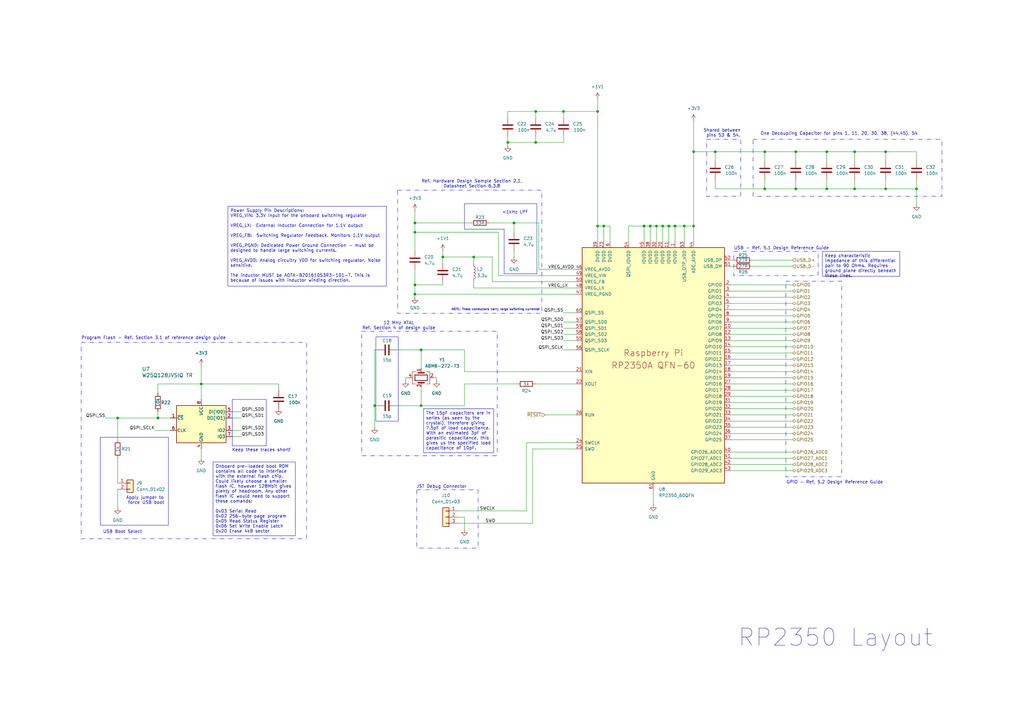
<source format=kicad_sch>
(kicad_sch (version 20250114) (generator "eeschema") (generator_version "9.0")
  (paper "A3")
  (title_block (title "LoRa Water Quality Management System Sensor Node"))
  (lib_symbols
    (symbol "Connector_Generic:Conn_01x02" (pin_names (offset 1.016) (hide yes))
      (property "Reference" "J" (at 0 2.54 0))
      (property "Value" "Conn_01x02" (at 0 -5.08 0))
      (symbol "Conn_01x02_1_1"
        (rectangle (start -1.27 1.27) (end 1.27 -3.81) (stroke (width 0.254)) (fill (type background)))
        (rectangle (start -1.27 0.127) (end 0 -0.127) (stroke (width 0.1524)))
        (rectangle (start -1.27 -2.413) (end 0 -2.667) (stroke (width 0.1524)))
        (pin passive line (at -5.08 0 0) (length 3.81) (name "Pin_1") (number "1"))
        (pin passive line (at -5.08 -2.54 0) (length 3.81) (name "Pin_2") (number "2"))
      )
    )
    (symbol "Connector_Generic:Conn_01x03" (pin_names (offset 1.016) (hide yes))
      (property "Reference" "J" (at 0 5.08 0))
      (property "Value" "Conn_01x03" (at 0 -5.08 0))
      (symbol "Conn_01x03_1_1"
        (rectangle (start -1.27 3.81) (end 1.27 -3.81) (stroke (width 0.254)) (fill (type background)))
        (rectangle (start -1.27 2.667) (end 0 2.413) (stroke (width 0.1524)))
        (rectangle (start -1.27 0.127) (end 0 -0.127) (stroke (width 0.1524)))
        (rectangle (start -1.27 -2.413) (end 0 -2.667) (stroke (width 0.1524)))
        (pin passive line (at -5.08 2.54 0) (length 3.81) (name "Pin_1") (number "1"))
        (pin passive line (at -5.08 0 0) (length 3.81) (name "Pin_2") (number "2"))
        (pin passive line (at -5.08 -2.54 0) (length 3.81) (name "Pin_3") (number "3"))
      )
    )
    (symbol "Device:C" (pin_numbers (hide yes)) (pin_names (offset 0.254))
      (property "Reference" "C" (at 0.635 2.54 0))
      (property "Value" "C" (at 0.635 -2.54 0))
      (symbol "C_0_1"
        (polyline (pts (xy -2.032 0.762) (xy 2.032 0.762)) (stroke (width 0.508)))
        (polyline (pts (xy -2.032 -0.762) (xy 2.032 -0.762)) (stroke (width 0.508)))
      )
      (symbol "C_1_1"
        (pin passive line (at 0 3.81 270) (length 2.794) (name "~") (number "1"))
        (pin passive line (at 0 -3.81 90) (length 2.794) (name "~") (number "2"))
      )
    )
    (symbol "Device:Crystal_GND24" (pin_names (offset 1.016) (hide yes))
      (property "Reference" "Y1" (at -7.366 8.636 90))
      (property "Value" "ABM8-272-T3" (at -4.826 8.636 90))
      (symbol "Crystal_GND24_0_1"
        (polyline (pts (xy -2.54 2.286) (xy -2.54 3.556) (xy 2.54 3.556) (xy 2.54 2.286)))
        (polyline (pts (xy -2.54 0) (xy -2.032 0)))
        (polyline (pts (xy -2.54 -2.286) (xy -2.54 -3.556) (xy 2.54 -3.556) (xy 2.54 -2.286)))
        (polyline (pts (xy -2.032 -1.27) (xy -2.032 1.27)) (stroke (width 0.508)))
        (rectangle (start -1.143 2.54) (end 1.143 -2.54) (stroke (width 0.3048)))
        (polyline (pts (xy 0 3.556) (xy 0 3.81)))
        (polyline (pts (xy 0 -3.81) (xy 0 -3.556)))
        (polyline (pts (xy 2.032 0) (xy 2.54 0)))
        (polyline (pts (xy 2.032 -1.27) (xy 2.032 1.27)) (stroke (width 0.508)))
      )
      (symbol "Crystal_GND24_1_1"
        (pin passive line (at -3.81 0 0) (length 1.27) (name "1") (number "1"))
        (pin passive line (at 0 5.08 270) (length 1.27) (name "2") (number "2"))
        (pin passive line (at 0 -5.08 90) (length 1.27) (name "4") (number "4"))
        (pin passive line (at 3.81 0 180) (length 1.27) (name "3") (number "3"))
      )
    )
    (symbol "Device:L" (pin_numbers (hide yes)) (pin_names (offset 1.016) (hide yes))
      (property "Reference" "L" (at -1.27 0 90))
      (property "Value" "L" (at 1.905 0 90))
      (symbol "L_0_1"
        (arc (start 0 2.54) (mid 0.6323 1.905) (end 0 1.27))
        (arc (start 0 1.27) (mid 0.6323 0.635) (end 0 0))
        (arc (start 0 0) (mid 0.6323 -0.635) (end 0 -1.27))
        (arc (start 0 -1.27) (mid 0.6323 -1.905) (end 0 -2.54))
      )
      (symbol "L_1_1"
        (pin passive line (at 0 3.81 270) (length 1.27) (name "1") (number "1"))
        (pin passive line (at 0 -3.81 90) (length 1.27) (name "2") (number "2"))
      )
    )
    (symbol "Device:R" (pin_numbers (hide yes)) (pin_names (offset 0))
      (property "Reference" "R" (at 2.032 0 90))
      (property "Value" "R" (at 0 0 90))
      (symbol "R_0_1"
        (rectangle (start -1.016 -2.54) (end 1.016 2.54) (stroke (width 0.254)))
      )
      (symbol "R_1_1"
        (pin passive line (at 0 3.81 270) (length 1.27) (name "~") (number "1"))
        (pin passive line (at 0 -3.81 90) (length 1.27) (name "~") (number "2"))
      )
    )
    (symbol "LoRaWaterQualityManagementSystem:RP2350_60QFN" (pin_names (offset 1.016))
      (property "Reference" "U" (at -29.21 49.53 0))
      (property "Value" "RP2350_60QFN" (at 24.13 -49.53 0))
      (symbol "RP2350_60QFN_0_0"
        (text "Raspberry Pi" (at 0 5.08 0) (effects (font (size 2.54 2.54))))
      )
      (symbol "RP2350_60QFN_0_1"
        (rectangle (start 29.21 48.26) (end -29.21 -48.26) (stroke (width 0.254)) (fill (type background)))
      )
      (symbol "RP2350_60QFN_1_0"
        (text "RP2350A QFN-60" (at 0 0 0) (effects (font (size 2.54 2.54))))
      )
      (symbol "RP2350_60QFN_1_1"
        (pin power_in line (at -31.75 39.37 0) (length 2.54) (name "VREG_AVDD") (number "46"))
        (pin power_in line (at -31.75 36.83 0) (length 2.54) (name "VREG_VIN") (number "49"))
        (pin input line (at -31.75 34.29 0) (length 2.54) (name "VREG_FB") (number "50"))
        (pin power_out line (at -31.75 31.75 0) (length 2.54) (name "VREG_LX") (number "48"))
        (pin power_in line (at -31.75 29.21 0) (length 2.54) (name "VREG_PGND") (number "47"))
        (pin bidirectional line (at -31.75 21.59 0) (length 2.54) (name "QSPI_SS") (number "60"))
        (pin bidirectional line (at -31.75 17.78 0) (length 2.54) (name "QSPI_SD0") (number "57"))
        (pin bidirectional line (at -31.75 15.24 0) (length 2.54) (name "QSPI_SD1") (number "59"))
        (pin bidirectional line (at -31.75 12.7 0) (length 2.54) (name "QSPI_SD2") (number "58"))
        (pin bidirectional line (at -31.75 10.16 0) (length 2.54) (name "QSPI_SD3") (number "55"))
        (pin output line (at -31.75 6.35 0) (length 2.54) (name "QSPI_SCLK") (number "56"))
        (pin input line (at -31.75 -2.54 0) (length 2.54) (name "XIN") (number "21"))
        (pin passive line (at -31.75 -7.62 0) (length 2.54) (name "XOUT") (number "22"))
        (pin input line (at -31.75 -20.32 0) (length 2.54) (name "RUN") (number "26"))
        (pin output line (at -31.75 -31.75 0) (length 2.54) (name "SWCLK") (number "24"))
        (pin bidirectional line (at -31.75 -34.29 0) (length 2.54) (name "SWD") (number "25"))
        (pin power_in line (at -22.86 50.8 270) (length 2.54) (name "DVDD") (number "39"))
        (pin power_in line (at -20.32 50.8 270) (length 2.54) (name "DVDD") (number "23"))
        (pin power_in line (at -17.78 50.8 270) (length 2.54) (name "DVDD") (number "6"))
        (pin power_in line (at -10.16 50.8 270) (length 2.54) (name "QSPI_IOVDD") (number "54"))
        (pin power_in line (at -3.81 50.8 270) (length 2.54) (name "IOVDD") (number "45"))
        (pin power_in line (at -1.27 50.8 270) (length 2.54) (name "IOVDD") (number "38"))
        (pin power_in line (at 0 -50.8 90) (length 2.54) (name "GND") (number "61"))
        (pin power_in line (at 1.27 50.8 270) (length 2.54) (name "IOVDD") (number "30"))
        (pin power_in line (at 3.81 50.8 270) (length 2.54) (name "IOVDD") (number "20"))
        (pin power_in line (at 6.35 50.8 270) (length 2.54) (name "IOVDD") (number "11"))
        (pin power_in line (at 8.89 50.8 270) (length 2.54) (name "IOVDD") (number "1"))
        (pin power_in line (at 12.7 50.8 270) (length 2.54) (name "USB_OTP_VDD") (number "53"))
        (pin power_in line (at 16.51 50.8 270) (length 2.54) (name "ADC_AVDD") (number "44"))
        (pin bidirectional line (at 31.75 43.18 180) (length 2.54) (name "USB_DP") (number "52"))
        (pin bidirectional line (at 31.75 40.64 180) (length 2.54) (name "USB_DM") (number "51"))
        (pin bidirectional line (at 31.75 33.02 180) (length 2.54) (name "GPIO0") (number "2"))
        (pin bidirectional line (at 31.75 30.48 180) (length 2.54) (name "GPIO1") (number "3"))
        (pin bidirectional line (at 31.75 27.94 180) (length 2.54) (name "GPIO2") (number "4"))
        (pin bidirectional line (at 31.75 25.4 180) (length 2.54) (name "GPIO3") (number "5"))
        (pin bidirectional line (at 31.75 22.86 180) (length 2.54) (name "GPIO4") (number "7"))
        (pin bidirectional line (at 31.75 20.32 180) (length 2.54) (name "GPIO5") (number "8"))
        (pin bidirectional line (at 31.75 17.78 180) (length 2.54) (name "GPIO6") (number "9"))
        (pin bidirectional line (at 31.75 15.24 180) (length 2.54) (name "GPIO7") (number "10"))
        (pin bidirectional line (at 31.75 12.7 180) (length 2.54) (name "GPIO8") (number "12"))
        (pin bidirectional line (at 31.75 10.16 180) (length 2.54) (name "GPIO9") (number "13"))
        (pin bidirectional line (at 31.75 7.62 180) (length 2.54) (name "GPIO10") (number "14"))
        (pin bidirectional line (at 31.75 5.08 180) (length 2.54) (name "GPIO11") (number "15"))
        (pin bidirectional line (at 31.75 2.54 180) (length 2.54) (name "GPIO12") (number "16"))
        (pin bidirectional line (at 31.75 0 180) (length 2.54) (name "GPIO13") (number "17"))
        (pin bidirectional line (at 31.75 -2.54 180) (length 2.54) (name "GPIO14") (number "18"))
        (pin bidirectional line (at 31.75 -5.08 180) (length 2.54) (name "GPIO15") (number "19"))
        (pin bidirectional line (at 31.75 -7.62 180) (length 2.54) (name "GPIO16") (number "27"))
        (pin bidirectional line (at 31.75 -10.16 180) (length 2.54) (name "GPIO17") (number "28"))
        (pin bidirectional line (at 31.75 -12.7 180) (length 2.54) (name "GPIO18") (number "29"))
        (pin bidirectional line (at 31.75 -15.24 180) (length 2.54) (name "GPIO19") (number "31"))
        (pin bidirectional line (at 31.75 -17.78 180) (length 2.54) (name "GPIO20") (number "32"))
        (pin bidirectional line (at 31.75 -20.32 180) (length 2.54) (name "GPIO21") (number "33"))
        (pin bidirectional line (at 31.75 -22.86 180) (length 2.54) (name "GPIO22") (number "34"))
        (pin bidirectional line (at 31.75 -25.4 180) (length 2.54) (name "GPIO23") (number "35"))
        (pin bidirectional line (at 31.75 -27.94 180) (length 2.54) (name "GPIO24") (number "36"))
        (pin bidirectional line (at 31.75 -30.48 180) (length 2.54) (name "GPIO25") (number "37"))
        (pin bidirectional line (at 31.75 -35.56 180) (length 2.54) (name "GPIO26_ADC0") (number "40"))
        (pin bidirectional line (at 31.75 -38.1 180) (length 2.54) (name "GPIO27_ADC1") (number "41"))
        (pin bidirectional line (at 31.75 -40.64 180) (length 2.54) (name "GPIO28_ADC2") (number "42"))
        (pin bidirectional line (at 31.75 -43.18 180) (length 2.54) (name "GPIO29_ADC3") (number "43"))
      )
    )
    (symbol "LoRaWaterQualityManagementSystem:W25Q128JVSIQ_TR" (pin_names (offset 0.254))
      (property "Reference" "U" (at 37.592 3.302 0))
      (property "Value" "W25Q128JVSIQ TR" (at 37.592 0.762 0))
      (symbol "W25Q128JVSIQ_TR_0_1"
        (rectangle (start 15.24 -1.27) (end 35.56 -16.51) (stroke (width 0.254)) (fill (type background)))
      )
      (symbol "W25Q128JVSIQ_TR_1_1"
        (pin input line (at 12.7 -6.35 0) (length 2.54) (name "~{CS}") (number "1"))
        (pin input line (at 12.7 -11.43 0) (length 2.54) (name "CLK") (number "6"))
        (pin power_in line (at 25.4 1.27 270) (length 2.54) (name "VCC") (number "8"))
        (pin power_in line (at 25.4 -19.05 90) (length 2.54) (name "GND") (number "4"))
        (pin bidirectional line (at 38.1 -3.81 180) (length 2.54) (name "DI(IO0)") (number "5"))
        (pin bidirectional line (at 38.1 -6.35 180) (length 2.54) (name "DO(IO1)") (number "2"))
        (pin bidirectional line (at 38.1 -11.43 180) (length 2.54) (name "IO2") (number "3"))
        (pin bidirectional line (at 38.1 -13.97 180) (length 2.54) (name "IO3") (number "7"))
      )
    )
    (symbol "power:+1V1" (power) (pin_numbers (hide yes)) (pin_names (offset 0) (hide yes))
      (property "Value" "+1V1" (at 0 3.556 0))
      (symbol "+1V1_0_1"
        (polyline (pts (xy -0.762 1.27) (xy 0 2.54)))
        (polyline (pts (xy 0 2.54) (xy 0.762 1.27)))
        (polyline (pts (xy 0 0) (xy 0 2.54)))
      )
      (symbol "+1V1_1_1"
        (pin power_in line (at 0 0 90) (length 0) (name "~") (number "1"))
      )
    )
    (symbol "power:+3V3" (power) (pin_numbers (hide yes)) (pin_names (offset 0) (hide yes))
      (property "Value" "+3V3" (at 0 3.556 0))
      (symbol "+3V3_0_1"
        (polyline (pts (xy -0.762 1.27) (xy 0 2.54)))
        (polyline (pts (xy 0 2.54) (xy 0.762 1.27)))
        (polyline (pts (xy 0 0) (xy 0 2.54)))
      )
      (symbol "+3V3_1_1"
        (pin power_in line (at 0 0 90) (length 0) (name "~") (number "1"))
      )
    )
    (symbol "power:GND" (power) (pin_numbers (hide yes)) (pin_names (offset 0) (hide yes))
      (property "Value" "GND" (at 0 -3.81 0))
      (symbol "GND_0_1"
        (polyline (pts (xy 0 0) (xy 0 -1.27) (xy 1.27 -1.27) (xy 0 -2.54) (xy -1.27 -1.27) (xy 0 -1.27)))
      )
      (symbol "GND_1_1"
        (pin power_in line (at 0 0 270) (length 0) (name "~") (number "1"))
      )
    )
  )
  (rectangle (start 170.942 200.914) (end 196.088 224.79) (stroke (width 0) (type dash_dot_dot)))
  (rectangle (start 322.326 115.316) (end 345.186 195.58) (stroke (width 0) (type dash_dot_dot)))
  (rectangle (start 308.864 57.15) (end 386.334 80.518) (stroke (width 0) (type dash_dot_dot)))
  (rectangle (start 163.068 77.978) (end 222.25 128.524) (stroke (width 0) (type dash_dot_dot)))
  (rectangle (start 289.814 57.15) (end 303.784 80.518) (stroke (width 0) (type dash_dot_dot)))
  (rectangle (start 95.25 163.83) (end 109.22 182.88))
  (rectangle (start 148.336 135.89) (end 203.962 186.944) (stroke (width 0) (type dash_dot_dot)))
  (rectangle (start 33.274 140.462) (end 125.73 220.98) (stroke (width 0) (type dash_dot_dot)))
  (rectangle (start 41.148 179.324) (end 69.088 215.392))
  (rectangle (start 154.178 138.176) (end 163.322 172.72))
  (rectangle (start 300.99 103.124) (end 335.534 113.03) (stroke (width 0) (type dash_dot_dot)))
  (text "JST Debug Connector" (at 181.102 199.644 0) (effects (font (size 1.27 1.27))))
  (text "USB - Ref. 5.1 Design Reference Guide" (at 320.548 101.854 0) (effects (font (size 1.27 1.27))))
  (text "NOTE: These conductors carry large switching currents!" (at 203.2 127 0) (effects (font (size 0.85 0.85))))
  (text "Apply jumper to \nforce USB boot" (at 59.944 205.232 0) (effects (font (size 1.27 1.27))))
  (text "Ref. Hardware Design Sample Section 2.1,\nDatasheet Section 6.3.8" (at 193.548 75.438 0) (effects (font (size 1.27 1.27))))
  (text "RP2350 Layout" (at 342.646 261.62 0) (effects (font (size 7 7))))
  (text "Shared between \npins 53 & 54." (at 296.672 54.61 0) (effects (font (size 1.27 1.27))))
  (text "Keep these traces short!" (at 107.188 184.658 0) (effects (font (size 1.27 1.27))))
  (text "Program Flash - Ref. Section 3.1 of reference design guide" (at 62.992 138.684 0) (effects (font (size 1.27 1.27))))
  (text "<1kHz LPF" (at 211.328 87.122 0) (effects (font (size 1.27 1.27))))
  (text "12 MHz XTAL\nRef. Section 4 of design guide" (at 163.576 133.604 0) (effects (font (size 1.27 1.27))))
  (text "GPIO - Ref. 5.2 Design Reference Guide" (at 342.392 197.866 0) (effects (font (size 1.27 1.27))))
  (text "One Decoupling Capacitor for pins 1, 11, 20, 30, 38, (44,45), 54" (at 344.17 54.864 0) (effects (font (size 1.27 1.27))))
  (text "USB Boot Select" (at 50.292 218.186 0) (effects (font (size 1.27 1.27))))
  (text_box "The 15pF capacitors are in series (as seen by the crystal), therefore giving 7.5pF of load capacitance. With an estimated 3pF of parasitic capacitance, this gives us the specified load capacitance of 10pF." (at 173.736 167.64 0) (size 28.702 18.034) (margins 0.9525 0.9525 0.9525 0.9525) (effects (font (size 1.27 1.27)) (justify left top)))
  (text_box "Onboard pre-loaded boot ROM contains all code to interface with the external flash chip. Could likely choose a smaller flash IC, however 128Mbit gives plenty of headroom. Any other flash IC would need to support these comands:\n\n0x03 Serial Read\n0x02 256-byte page program\n0x05 Read Status Register\n0x06 Set Write Enable Latch\n0x20 Erase 4kB sector" (at 87.376 189.484 0) (size 33.782 30.226) (margins 0.9525 0.9525 0.9525 0.9525) (effects (font (size 1.27 1.27)) (justify left top)))
  (text_box "Keep characteristic impedance of this differential pair to 90 Ohms. Requires ground plane directly beneath these lines." (at 337.312 103.124 0) (size 31.75 10.16) (margins 0.9525 0.9525 0.9525 0.9525) (effects (font (size 1.27 1.27)) (justify left top)))
  (text_box "Power Supply Pin Descriptions:\nVREG_VIN: 3.3V input for the onboard switching regulator\n\nVREG_LX:  External Inductor Connection for 1.1V output\n\nVREG_FB:  Switching Regulator Feedback. Monitors 1.1V output\n\nVREG_PGND: Dedicated Power Ground Connection - must be designed to handle large switching currents.\n\nVREG_AVDD: Analog circuitry VDD for switching regulator. Noise sensitive.\n\nThe inductor MUST be AOTA-B201610S3R3-101-T. This is because of issues with inductor winding direction." (at 93.472 84.582 0) (size 65.024 32.766) (margins 0.9525 0.9525 0.9525 0.9525) (effects (font (size 1.27 1.27)) (justify left top)))
  (junction (at 274.32 92.71))
  (junction (at 153.67 166.37))
  (junction (at 271.78 92.71))
  (junction (at 266.7 92.71))
  (junction (at 245.11 45.72))
  (junction (at 339.09 77.47))
  (junction (at 170.18 95.25))
  (junction (at 170.18 116.84))
  (junction (at 172.72 143.51))
  (junction (at 363.22 77.47))
  (junction (at 293.37 62.23))
  (junction (at 280.67 92.71))
  (junction (at 172.72 166.37))
  (junction (at 170.18 91.44))
  (junction (at 284.48 62.23))
  (junction (at 269.24 92.71))
  (junction (at 245.11 92.71))
  (junction (at 284.48 92.71))
  (junction (at 64.77 171.45))
  (junction (at 181.61 105.41))
  (junction (at 363.22 62.23))
  (junction (at 247.65 92.71))
  (junction (at 219.71 58.42))
  (junction (at 313.69 77.47))
  (junction (at 208.28 58.42))
  (junction (at 231.14 45.72))
  (junction (at 276.86 92.71))
  (junction (at 264.16 92.71))
  (junction (at 339.09 62.23))
  (junction (at 350.52 62.23))
  (junction (at 210.82 91.44))
  (junction (at 326.39 77.47))
  (junction (at 82.55 157.48))
  (junction (at 326.39 62.23))
  (junction (at 48.26 171.45))
  (junction (at 313.69 62.23))
  (junction (at 219.71 45.72))
  (junction (at 194.31 105.41))
  (junction (at 170.18 120.65))
  (junction (at 350.52 77.47))
  (junction (at 375.92 77.47))
  (wire (pts (xy 284.48 62.23) (xy 293.37 62.23)))
  (wire (pts (xy 325.12 175.26) (xy 299.72 175.26)))
  (wire (pts (xy 194.31 115.57) (xy 194.31 118.11)))
  (wire (pts (xy 313.69 73.66) (xy 313.69 77.47)))
  (wire (pts (xy 201.93 105.41) (xy 201.93 115.57)))
  (wire (pts (xy 99.06 171.45) (xy 95.25 171.45)))
  (wire (pts (xy 276.86 92.71) (xy 280.67 92.71)))
  (wire (pts (xy 154.94 143.51) (xy 153.67 143.51)))
  (wire (pts (xy 231.14 45.72) (xy 245.11 45.72)))
  (wire (pts (xy 363.22 66.04) (xy 363.22 62.23)))
  (wire (pts (xy 274.32 92.71) (xy 274.32 99.06)))
  (wire (pts (xy 208.28 48.26) (xy 208.28 45.72)))
  (wire (pts (xy 271.78 92.71) (xy 271.78 99.06)))
  (wire (pts (xy 325.12 187.96) (xy 299.72 187.96)))
  (wire (pts (xy 190.5 152.4) (xy 190.5 143.51)))
  (wire (pts (xy 247.65 92.71) (xy 245.11 92.71)))
  (wire (pts (xy 339.09 66.04) (xy 339.09 62.23)))
  (wire (pts (xy 313.69 66.04) (xy 313.69 62.23)))
  (wire (pts (xy 313.69 77.47) (xy 326.39 77.47)))
  (wire (pts (xy 204.47 95.25) (xy 170.18 95.25)))
  (wire (pts (xy 219.71 55.88) (xy 219.71 58.42)))
  (wire (pts (xy 170.18 91.44) (xy 193.04 91.44)))
  (wire (pts (xy 170.18 120.65) (xy 170.18 121.92)))
  (wire (pts (xy 181.61 107.95) (xy 181.61 105.41)))
  (wire (pts (xy 194.31 118.11) (xy 236.22 118.11)))
  (polyline (pts (xy 190.5 83.566) (xy 220.218 83.566)))
  (wire (pts (xy 350.52 66.04) (xy 350.52 62.23)))
  (wire (pts (xy 215.9 181.61) (xy 236.22 181.61)))
  (polyline (pts (xy 206.756 112.268) (xy 206.756 93.98)))
  (wire (pts (xy 326.39 77.47) (xy 339.09 77.47)))
  (wire (pts (xy 284.48 62.23) (xy 284.48 92.71)))
  (wire (pts (xy 293.37 66.04) (xy 293.37 62.23)))
  (wire (pts (xy 350.52 62.23) (xy 363.22 62.23)))
  (wire (pts (xy 231.14 143.51) (xy 236.22 143.51)))
  (wire (pts (xy 219.71 45.72) (xy 219.71 48.26)))
  (wire (pts (xy 326.39 73.66) (xy 326.39 77.47)))
  (wire (pts (xy 269.24 92.71) (xy 271.78 92.71)))
  (wire (pts (xy 247.65 92.71) (xy 247.65 99.06)))
  (wire (pts (xy 280.67 92.71) (xy 284.48 92.71)))
  (wire (pts (xy 245.11 92.71) (xy 245.11 99.06)))
  (polyline (pts (xy 220.218 83.566) (xy 220.218 112.268)))
  (wire (pts (xy 190.5 157.48) (xy 212.09 157.48)))
  (wire (pts (xy 220.98 91.44) (xy 210.82 91.44)))
  (wire (pts (xy 350.52 73.66) (xy 350.52 77.47)))
  (wire (pts (xy 375.92 83.82) (xy 375.92 77.47)))
  (wire (pts (xy 64.77 168.91) (xy 64.77 171.45)))
  (wire (pts (xy 363.22 73.66) (xy 363.22 77.47)))
  (wire (pts (xy 181.61 105.41) (xy 194.31 105.41)))
  (wire (pts (xy 210.82 102.87) (xy 210.82 105.41)))
  (wire (pts (xy 293.37 62.23) (xy 313.69 62.23)))
  (wire (pts (xy 325.12 157.48) (xy 299.72 157.48)))
  (wire (pts (xy 325.12 127) (xy 299.72 127)))
  (wire (pts (xy 204.47 113.03) (xy 236.22 113.03)))
  (wire (pts (xy 325.12 170.18) (xy 299.72 170.18)))
  (wire (pts (xy 231.14 128.27) (xy 236.22 128.27)))
  (wire (pts (xy 204.47 113.03) (xy 204.47 95.25)))
  (wire (pts (xy 200.66 91.44) (xy 210.82 91.44)))
  (wire (pts (xy 114.3 157.48) (xy 82.55 157.48)))
  (wire (pts (xy 64.77 157.48) (xy 82.55 157.48)))
  (wire (pts (xy 170.18 116.84) (xy 170.18 120.65)))
  (wire (pts (xy 325.12 124.46) (xy 299.72 124.46)))
  (wire (pts (xy 325.12 160.02) (xy 299.72 160.02)))
  (wire (pts (xy 325.12 137.16) (xy 299.72 137.16)))
  (wire (pts (xy 114.3 160.02) (xy 114.3 157.48)))
  (wire (pts (xy 153.67 166.37) (xy 153.67 175.26)))
  (wire (pts (xy 64.77 171.45) (xy 48.26 171.45)))
  (wire (pts (xy 208.28 45.72) (xy 219.71 45.72)))
  (wire (pts (xy 153.67 166.37) (xy 154.94 166.37)))
  (wire (pts (xy 284.48 92.71) (xy 284.48 99.06)))
  (wire (pts (xy 299.72 106.68) (xy 300.99 106.68)))
  (wire (pts (xy 172.72 143.51) (xy 172.72 151.13)))
  (wire (pts (xy 326.39 62.23) (xy 339.09 62.23)))
  (wire (pts (xy 269.24 92.71) (xy 269.24 99.06)))
  (wire (pts (xy 264.16 92.71) (xy 266.7 92.71)))
  (wire (pts (xy 339.09 77.47) (xy 350.52 77.47)))
  (wire (pts (xy 179.07 154.94) (xy 177.8 154.94)))
  (wire (pts (xy 215.9 209.55) (xy 215.9 181.61)))
  (wire (pts (xy 43.18 171.45) (xy 48.26 171.45)))
  (wire (pts (xy 166.37 154.94) (xy 167.64 154.94)))
  (wire (pts (xy 82.55 149.86) (xy 82.55 157.48)))
  (wire (pts (xy 325.12 121.92) (xy 299.72 121.92)))
  (wire (pts (xy 172.72 158.75) (xy 172.72 166.37)))
  (wire (pts (xy 266.7 92.71) (xy 266.7 99.06)))
  (wire (pts (xy 223.52 170.18) (xy 236.22 170.18)))
  (wire (pts (xy 375.92 66.04) (xy 375.92 62.23)))
  (wire (pts (xy 284.48 49.53) (xy 284.48 62.23)))
  (wire (pts (xy 208.28 58.42) (xy 208.28 59.69)))
  (wire (pts (xy 325.12 172.72) (xy 299.72 172.72)))
  (wire (pts (xy 350.52 77.47) (xy 363.22 77.47)))
  (wire (pts (xy 266.7 92.71) (xy 269.24 92.71)))
  (wire (pts (xy 190.5 152.4) (xy 236.22 152.4)))
  (wire (pts (xy 325.12 132.08) (xy 299.72 132.08)))
  (wire (pts (xy 190.5 157.48) (xy 190.5 166.37)))
  (wire (pts (xy 48.26 200.66) (xy 48.26 208.28)))
  (wire (pts (xy 325.12 154.94) (xy 299.72 154.94)))
  (wire (pts (xy 375.92 73.66) (xy 375.92 77.47)))
  (wire (pts (xy 325.12 116.84) (xy 299.72 116.84)))
  (wire (pts (xy 218.44 214.63) (xy 187.96 214.63)))
  (wire (pts (xy 293.37 77.47) (xy 293.37 73.66)))
  (wire (pts (xy 325.12 106.68) (xy 308.61 106.68)))
  (wire (pts (xy 250.19 92.71) (xy 247.65 92.71)))
  (wire (pts (xy 153.67 143.51) (xy 153.67 166.37)))
  (wire (pts (xy 325.12 147.32) (xy 299.72 147.32)))
  (wire (pts (xy 325.12 193.04) (xy 299.72 193.04)))
  (wire (pts (xy 181.61 102.87) (xy 181.61 105.41)))
  (wire (pts (xy 172.72 166.37) (xy 190.5 166.37)))
  (wire (pts (xy 170.18 95.25) (xy 170.18 102.87)))
  (wire (pts (xy 325.12 109.22) (xy 308.61 109.22)))
  (wire (pts (xy 325.12 152.4) (xy 299.72 152.4)))
  (wire (pts (xy 82.55 184.15) (xy 82.55 187.96)))
  (wire (pts (xy 99.06 168.91) (xy 95.25 168.91)))
  (polyline (pts (xy 220.218 112.268) (xy 206.756 112.268)))
  (wire (pts (xy 208.28 55.88) (xy 208.28 58.42)))
  (wire (pts (xy 48.26 187.96) (xy 48.26 198.12)))
  (wire (pts (xy 325.12 149.86) (xy 299.72 149.86)))
  (wire (pts (xy 220.98 110.49) (xy 220.98 91.44)))
  (wire (pts (xy 325.12 134.62) (xy 299.72 134.62)))
  (wire (pts (xy 201.93 115.57) (xy 236.22 115.57)))
  (wire (pts (xy 276.86 92.71) (xy 276.86 99.06)))
  (wire (pts (xy 82.55 157.48) (xy 82.55 163.83)))
  (wire (pts (xy 231.14 45.72) (xy 231.14 48.26)))
  (wire (pts (xy 172.72 143.51) (xy 190.5 143.51)))
  (wire (pts (xy 325.12 185.42) (xy 299.72 185.42)))
  (wire (pts (xy 325.12 129.54) (xy 299.72 129.54)))
  (wire (pts (xy 325.12 139.7) (xy 299.72 139.7)))
  (wire (pts (xy 245.11 40.64) (xy 245.11 45.72)))
  (wire (pts (xy 325.12 119.38) (xy 299.72 119.38)))
  (wire (pts (xy 170.18 116.84) (xy 181.61 116.84)))
  (wire (pts (xy 363.22 62.23) (xy 375.92 62.23)))
  (wire (pts (xy 162.56 166.37) (xy 172.72 166.37)))
  (wire (pts (xy 363.22 77.47) (xy 375.92 77.47)))
  (wire (pts (xy 257.81 99.06) (xy 257.81 92.71)))
  (wire (pts (xy 219.71 45.72) (xy 231.14 45.72)))
  (wire (pts (xy 187.96 212.09) (xy 190.5 212.09)))
  (wire (pts (xy 325.12 167.64) (xy 299.72 167.64)))
  (wire (pts (xy 325.12 144.78) (xy 299.72 144.78)))
  (wire (pts (xy 231.14 58.42) (xy 219.71 58.42)))
  (wire (pts (xy 250.19 92.71) (xy 250.19 99.06)))
  (wire (pts (xy 299.72 109.22) (xy 300.99 109.22)))
  (wire (pts (xy 325.12 177.8) (xy 299.72 177.8)))
  (wire (pts (xy 194.31 107.95) (xy 194.31 105.41)))
  (wire (pts (xy 280.67 92.71) (xy 280.67 99.06)))
  (wire (pts (xy 64.77 171.45) (xy 69.85 171.45)))
  (wire (pts (xy 257.81 92.71) (xy 264.16 92.71)))
  (wire (pts (xy 231.14 132.08) (xy 236.22 132.08)))
  (polyline (pts (xy 206.756 93.98) (xy 190.5 93.98)))
  (wire (pts (xy 271.78 92.71) (xy 274.32 92.71)))
  (wire (pts (xy 231.14 139.7) (xy 236.22 139.7)))
  (wire (pts (xy 325.12 165.1) (xy 299.72 165.1)))
  (wire (pts (xy 219.71 157.48) (xy 236.22 157.48)))
  (wire (pts (xy 267.97 200.66) (xy 267.97 207.01)))
  (wire (pts (xy 170.18 86.36) (xy 170.18 91.44)))
  (wire (pts (xy 162.56 143.51) (xy 172.72 143.51)))
  (wire (pts (xy 99.06 179.07) (xy 95.25 179.07)))
  (wire (pts (xy 325.12 142.24) (xy 299.72 142.24)))
  (wire (pts (xy 170.18 120.65) (xy 236.22 120.65)))
  (polyline (pts (xy 190.5 93.98) (xy 190.5 83.566)))
  (wire (pts (xy 293.37 77.47) (xy 313.69 77.47)))
  (wire (pts (xy 313.69 62.23) (xy 326.39 62.23)))
  (wire (pts (xy 181.61 116.84) (xy 181.61 115.57)))
  (wire (pts (xy 63.5 176.53) (xy 69.85 176.53)))
  (wire (pts (xy 325.12 190.5) (xy 299.72 190.5)))
  (wire (pts (xy 194.31 105.41) (xy 201.93 105.41)))
  (wire (pts (xy 190.5 212.09) (xy 190.5 217.17)))
  (wire (pts (xy 231.14 137.16) (xy 236.22 137.16)))
  (wire (pts (xy 339.09 62.23) (xy 350.52 62.23)))
  (wire (pts (xy 187.96 209.55) (xy 215.9 209.55)))
  (wire (pts (xy 264.16 99.06) (xy 264.16 92.71)))
  (wire (pts (xy 245.11 45.72) (xy 245.11 92.71)))
  (wire (pts (xy 219.71 58.42) (xy 208.28 58.42)))
  (wire (pts (xy 326.39 66.04) (xy 326.39 62.23)))
  (wire (pts (xy 179.07 156.21) (xy 179.07 154.94)))
  (wire (pts (xy 231.14 55.88) (xy 231.14 58.42)))
  (wire (pts (xy 325.12 162.56) (xy 299.72 162.56)))
  (wire (pts (xy 325.12 180.34) (xy 299.72 180.34)))
  (wire (pts (xy 170.18 91.44) (xy 170.18 95.25)))
  (wire (pts (xy 218.44 184.15) (xy 218.44 214.63)))
  (wire (pts (xy 220.98 110.49) (xy 236.22 110.49)))
  (wire (pts (xy 64.77 161.29) (xy 64.77 157.48)))
  (wire (pts (xy 218.44 184.15) (xy 236.22 184.15)))
  (wire (pts (xy 339.09 73.66) (xy 339.09 77.47)))
  (wire (pts (xy 166.37 156.21) (xy 166.37 154.94)))
  (wire (pts (xy 99.06 176.53) (xy 95.25 176.53)))
  (wire (pts (xy 210.82 91.44) (xy 210.82 95.25)))
  (wire (pts (xy 170.18 110.49) (xy 170.18 116.84)))
  (wire (pts (xy 231.14 134.62) (xy 236.22 134.62)))
  (wire (pts (xy 48.26 171.45) (xy 48.26 180.34)))
  (wire (pts (xy 274.32 92.71) (xy 276.86 92.71)))
  (label "QSPI_SD1" (at 99.06 171.45 0))
  (label "SWCLK" (at 203.2 209.55 180))
  (label "VREG_AVDD" (at 224.79 110.49 0))
  (label "QSPI_SD0" (at 99.06 168.91 0))
  (label "QSPI_SCLK" (at 63.5 176.53 180))
  (label "QSPI_SS" (at 231.14 128.27 180))
  (label "QSPI_SD1" (at 231.14 134.62 180))
  (label "QSPI_SD3" (at 99.06 179.07 0))
  (label "QSPI_SD0" (at 231.14 132.08 180))
  (label "QSPI_SD2" (at 231.14 137.16 180))
  (label "QSPI_SD3" (at 231.14 139.7 180))
  (label "SWD" (at 203.2 214.63 180))
  (label "QSPI_SS" (at 43.18 171.45 180))
  (label "QSPI_SD2" (at 99.06 176.53 0))
  (label "QSPI_SCLK" (at 231.14 143.51 180))
  (label "VREG_LX" (at 224.79 118.11 0))
  (hierarchical_label "GPIO27_ADC1" (shape bidirectional) (at 325.12 187.96 0))
  (hierarchical_label "GPIO18" (shape bidirectional) (at 325.12 162.56 0))
  (hierarchical_label "GPIO8" (shape bidirectional) (at 325.12 137.16 0))
  (hierarchical_label "GPIO3" (shape bidirectional) (at 325.12 124.46 0))
  (hierarchical_label "GPIO6" (shape bidirectional) (at 325.12 132.08 0))
  (hierarchical_label "~{RESET}" (shape input) (at 223.52 170.18 180))
  (hierarchical_label "GPIO24" (shape bidirectional) (at 325.12 177.8 0))
  (hierarchical_label "GPIO19" (shape bidirectional) (at 325.12 165.1 0))
  (hierarchical_label "GPIO10" (shape bidirectional) (at 325.12 142.24 0))
  (hierarchical_label "GPIO26_ADC0" (shape bidirectional) (at 325.12 185.42 0))
  (hierarchical_label "GPIO13" (shape bidirectional) (at 325.12 149.86 0))
  (hierarchical_label "GPIO17" (shape bidirectional) (at 325.12 160.02 0))
  (hierarchical_label "GPIO16" (shape bidirectional) (at 325.12 157.48 0))
  (hierarchical_label "GPIO14" (shape bidirectional) (at 325.12 152.4 0))
  (hierarchical_label "GPIO4" (shape bidirectional) (at 325.12 127 0))
  (hierarchical_label "GPIO15" (shape bidirectional) (at 325.12 154.94 0))
  (hierarchical_label "USB_D+" (shape input) (at 325.12 106.68 0))
  (hierarchical_label "GPIO1" (shape bidirectional) (at 325.12 119.38 0))
  (hierarchical_label "GPIO29_ADC3" (shape bidirectional) (at 325.12 193.04 0))
  (hierarchical_label "GPIO7" (shape bidirectional) (at 325.12 134.62 0))
  (hierarchical_label "GPIO5" (shape bidirectional) (at 325.12 129.54 0))
  (hierarchical_label "USB_D-" (shape input) (at 325.12 109.22 0))
  (hierarchical_label "GPIO12" (shape bidirectional) (at 325.12 147.32 0))
  (hierarchical_label "GPIO11" (shape bidirectional) (at 325.12 144.78 0))
  (hierarchical_label "GPIO25" (shape bidirectional) (at 325.12 180.34 0))
  (hierarchical_label "GPIO22" (shape bidirectional) (at 325.12 172.72 0))
  (hierarchical_label "GPIO2" (shape bidirectional) (at 325.12 121.92 0))
  (hierarchical_label "GPIO20" (shape bidirectional) (at 325.12 167.64 0))
  (hierarchical_label "GPIO9" (shape bidirectional) (at 325.12 139.7 0))
  (hierarchical_label "GPIO0" (shape bidirectional) (at 325.12 116.84 0))
  (hierarchical_label "GPIO28_ADC2" (shape bidirectional) (at 325.12 190.5 0))
  (hierarchical_label "GPIO21" (shape bidirectional) (at 325.12 170.18 0))
  (hierarchical_label "GPIO23" (shape bidirectional) (at 325.12 175.26 0))
  (symbol (lib_id "Device:C") (at 170.18 106.68 0) (unit 1)
    (property "Reference" "C20" (at 173.99 105.4099 0) (effects (justify left)))
    (property "Value" "4.7u" (at 173.99 107.9499 0) (effects (justify left)))
    (property "Footprint" "Capacitor_SMD:C_0805_2012Metric_Pad1.18x1.45mm_HandSolder" (effects (hide yes)))
    (property "Description" "Unpolarized capacitor" (effects (hide yes)))
  )
  (symbol (lib_id "power:GND") (at 190.5 217.17 0) (unit 1)
    (property "Reference" "#PWR059" (effects (hide yes)))
    (property "Value" "GND" (at 190.5 222.25 0))
    (property "Description" "Power symbol creates a global label with name \"GND\" , ground" (effects (hide yes)))
  )
  (symbol (lib_id "power:GND") (at 179.07 156.21 0) (unit 1)
    (property "Reference" "#PWR057" (effects (hide yes)))
    (property "Value" "GND" (at 179.07 161.29 0))
    (property "Description" "Power symbol creates a global label with name \"GND\" , ground" (effects (hide yes)))
  )
  (symbol (lib_id "Device:C") (at 375.92 69.85 0) (unit 1)
    (property "Reference" "C32" (at 379.73 68.5799 0) (effects (justify left)))
    (property "Value" "100n" (at 379.73 71.1199 0) (effects (justify left)))
    (property "Footprint" "Capacitor_SMD:C_0805_2012Metric_Pad1.18x1.45mm_HandSolder" (effects (hide yes)))
    (property "Description" "Unpolarized capacitor" (effects (hide yes)))
  )
  (symbol (lib_id "Device:C") (at 350.52 69.85 0) (unit 1)
    (property "Reference" "C30" (at 354.33 68.5799 0) (effects (justify left)))
    (property "Value" "100n" (at 354.33 71.1199 0) (effects (justify left)))
    (property "Footprint" "Capacitor_SMD:C_0805_2012Metric_Pad1.18x1.45mm_HandSolder" (effects (hide yes)))
    (property "Description" "Unpolarized capacitor" (effects (hide yes)))
  )
  (symbol (lib_id "Connector_Generic:Conn_01x02") (at 53.34 198.12 0) (unit 1)
    (property "Reference" "J9" (at 55.88 198.1199 0) (effects (justify left)))
    (property "Value" "Conn_01x02" (at 55.88 200.6599 0) (effects (justify left)))
    (property "Footprint" "Connector_PinHeader_2.54mm:PinHeader_1x02_P2.54mm_Vertical" (effects (hide yes)))
    (property "Description" "Generic connector, single row, 01x02, script generated (kicad-library-utils/schlib/autogen/connector/)" (effects (hide yes)))
  )
  (symbol (lib_id "Device:C") (at 158.75 166.37 90) (unit 1)
    (property "Reference" "C19" (at 158.75 162.306 90))
    (property "Value" "15p" (at 158.75 170.688 90))
    (property "Footprint" "Capacitor_SMD:C_0805_2012Metric_Pad1.18x1.45mm_HandSolder" (effects (hide yes)))
    (property "Description" "Unpolarized capacitor" (effects (hide yes)))
  )
  (symbol (lib_id "Device:C") (at 181.61 111.76 0) (unit 1)
    (property "Reference" "C21" (at 185.42 110.4899 0) (effects (justify left)))
    (property "Value" "4.7u" (at 185.42 113.0299 0) (effects (justify left)))
    (property "Footprint" "Capacitor_SMD:C_0805_2012Metric_Pad1.18x1.45mm_HandSolder" (effects (hide yes)))
    (property "Description" "Unpolarized capacitor" (effects (hide yes)))
  )
  (symbol (lib_id "power:GND") (at 208.28 59.69 0) (unit 1)
    (property "Reference" "#PWR060" (effects (hide yes)))
    (property "Value" "GND" (at 208.28 64.77 0))
    (property "Description" "Power symbol creates a global label with name \"GND\" , ground" (effects (hide yes)))
  )
  (symbol (lib_id "power:GND") (at 82.55 187.96 0) (unit 1)
    (property "Reference" "#PWR051" (effects (hide yes)))
    (property "Value" "GND" (at 82.55 193.04 0))
    (property "Description" "Power symbol creates a global label with name \"GND\" , ground" (effects (hide yes)))
  )
  (symbol (lib_id "Device:C") (at 210.82 99.06 0) (unit 1)
    (property "Reference" "C23" (at 214.63 97.7899 0) (effects (justify left)))
    (property "Value" "4.7u" (at 214.63 100.3299 0) (effects (justify left)))
    (property "Footprint" "Capacitor_SMD:C_0805_2012Metric_Pad1.18x1.45mm_HandSolder" (effects (hide yes)))
    (property "Description" "Unpolarized capacitor" (effects (hide yes)))
  )
  (symbol (lib_id "power:GND") (at 210.82 105.41 0) (unit 1)
    (property "Reference" "#PWR061" (effects (hide yes)))
    (property "Value" "GND" (at 210.82 110.49 0))
    (property "Description" "Power symbol creates a global label with name \"GND\" , ground" (effects (hide yes)))
  )
  (symbol (lib_id "power:GND") (at 375.92 83.82 0) (unit 1)
    (property "Reference" "#PWR065" (effects (hide yes)))
    (property "Value" "GND" (at 375.92 88.9 0))
    (property "Description" "Power symbol creates a global label with name \"GND\" , ground" (effects (hide yes)))
  )
  (symbol (lib_id "Device:C") (at 363.22 69.85 0) (unit 1)
    (property "Reference" "C31" (at 367.03 68.5799 0) (effects (justify left)))
    (property "Value" "100n" (at 367.03 71.1199 0) (effects (justify left)))
    (property "Footprint" "Capacitor_SMD:C_0805_2012Metric_Pad1.18x1.45mm_HandSolder" (effects (hide yes)))
    (property "Description" "Unpolarized capacitor" (effects (hide yes)))
  )
  (symbol (lib_id "Device:C") (at 293.37 69.85 0) (unit 1)
    (property "Reference" "C26" (at 297.18 68.5799 0) (effects (justify left)))
    (property "Value" "100n" (at 297.434 71.12 0) (effects (justify left)))
    (property "Footprint" "Capacitor_SMD:C_0805_2012Metric_Pad1.18x1.45mm_HandSolder" (effects (hide yes)))
    (property "Description" "Unpolarized capacitor" (effects (hide yes)))
  )
  (symbol (lib_id "Device:C") (at 326.39 69.85 0) (unit 1)
    (property "Reference" "C28" (at 330.2 68.5799 0) (effects (justify left)))
    (property "Value" "100n" (at 330.2 71.1199 0) (effects (justify left)))
    (property "Footprint" "Capacitor_SMD:C_0805_2012Metric_Pad1.18x1.45mm_HandSolder" (effects (hide yes)))
    (property "Description" "Unpolarized capacitor" (effects (hide yes)))
  )
  (symbol (lib_id "power:+1V1") (at 245.11 40.64 0) (unit 1)
    (property "Reference" "#PWR062" (effects (hide yes)))
    (property "Value" "+1V1" (at 245.11 35.56 0))
    (property "Description" "Power symbol creates a global label with name \"+1V1\"" (effects (hide yes)))
  )
  (symbol (lib_id "power:GND") (at 170.18 121.92 0) (unit 1)
    (property "Reference" "#PWR056" (effects (hide yes)))
    (property "Value" "GND" (at 170.18 126.238 0))
    (property "Description" "Power symbol creates a global label with name \"GND\" , ground" (effects (hide yes)))
  )
  (symbol (lib_id "Device:C") (at 114.3 163.83 0) (unit 1)
    (property "Reference" "C17" (at 118.11 162.5599 0) (effects (justify left)))
    (property "Value" "100n" (at 118.364 165.1 0) (effects (justify left)))
    (property "Footprint" "Capacitor_SMD:C_0805_2012Metric_Pad1.18x1.45mm_HandSolder" (effects (hide yes)))
    (property "Description" "Unpolarized capacitor" (effects (hide yes)))
  )
  (symbol (lib_id "power:GND") (at 166.37 156.21 0) (mirror y) (unit 1)
    (property "Reference" "#PWR054" (effects (hide yes)))
    (property "Value" "GND" (at 166.37 161.29 0))
    (property "Description" "Power symbol creates a global label with name \"GND\" , ground" (effects (hide yes)))
  )
  (symbol (lib_id "Device:C") (at 158.75 143.51 90) (unit 1)
    (property "Reference" "C18" (at 158.75 139.7 90))
    (property "Value" "15p" (at 158.75 147.574 90))
    (property "Footprint" "Capacitor_SMD:C_0805_2012Metric_Pad1.18x1.45mm_HandSolder" (effects (hide yes)))
    (property "Description" "Unpolarized capacitor" (effects (hide yes)))
  )
  (symbol (lib_id "Device:R") (at 48.26 184.15 180) (unit 1)
    (property "Reference" "R21" (at 49.784 184.15 0) (effects (justify right)))
    (property "Value" "1k" (at 48.26 185.42 90) (effects (justify right)))
    (property "Footprint" "Resistor_SMD:R_0805_2012Metric_Pad1.20x1.40mm_HandSolder" (effects (hide yes)))
    (property "Description" "Resistor" (effects (hide yes)))
  )
  (symbol (lib_id "Device:C") (at 313.69 69.85 0) (unit 1)
    (property "Reference" "C27" (at 317.5 68.5799 0) (effects (justify left)))
    (property "Value" "100n" (at 317.5 71.1199 0) (effects (justify left)))
    (property "Footprint" "Capacitor_SMD:C_0805_2012Metric_Pad1.18x1.45mm_HandSolder" (effects (hide yes)))
    (property "Description" "Unpolarized capacitor" (effects (hide yes)))
  )
  (symbol (lib_id "Device:L") (at 194.31 111.76 0) (unit 1)
    (property "Reference" "L2" (at 195.58 110.4899 0) (effects (justify left)))
    (property "Value" "3.3u" (at 195.58 113.0299 0) (effects (justify left)))
    (property "Footprint" "LWQMS:AOTA-B201610S3R3-101-T" (effects (hide yes)))
    (property "Datasheet" "kicad-embed://AOTA-B201610S3R3-101-T.pdf" (effects (hide yes)))
    (property "Description" "Inductor" (effects (hide yes)))
  )
  (symbol (lib_id "Device:R") (at 64.77 165.1 0) (unit 1)
    (property "Reference" "R22" (at 66.04 165.1 0) (effects (justify left)))
    (property "Value" "10k" (at 64.77 166.878 90) (effects (justify left)))
    (property "Footprint" "Resistor_SMD:R_0805_2012Metric_Pad1.20x1.40mm_HandSolder" (effects (hide yes)))
    (property "Description" "Resistor" (effects (hide yes)))
  )
  (symbol (lib_id "Device:C") (at 219.71 52.07 0) (unit 1)
    (property "Reference" "C24" (at 223.52 50.7999 0) (effects (justify left)))
    (property "Value" "4.7u" (at 223.774 53.34 0) (effects (justify left)))
    (property "Footprint" "Capacitor_SMD:C_0805_2012Metric_Pad1.18x1.45mm_HandSolder" (effects (hide yes)))
    (property "Description" "Unpolarized capacitor" (effects (hide yes)))
  )
  (symbol (lib_id "power:GND") (at 48.26 208.28 0) (unit 1)
    (property "Reference" "#PWR049" (effects (hide yes)))
    (property "Value" "GND" (at 48.26 213.36 0))
    (property "Description" "Power symbol creates a global label with name \"GND\" , ground" (effects (hide yes)))
  )
  (symbol (lib_id "Device:C") (at 208.28 52.07 0) (unit 1)
    (property "Reference" "C22" (at 212.09 50.7999 0) (effects (justify left)))
    (property "Value" "100n" (at 212.344 53.34 0) (effects (justify left)))
    (property "Footprint" "Capacitor_SMD:C_0805_2012Metric_Pad1.18x1.45mm_HandSolder" (effects (hide yes)))
    (property "Description" "Unpolarized capacitor" (effects (hide yes)))
  )
  (symbol (lib_id "Device:R") (at 304.8 109.22 90) (unit 1)
    (property "Reference" "R26" (at 304.8 111.506 90))
    (property "Value" "27R" (at 304.8 109.22 90))
    (property "Footprint" "Resistor_SMD:R_0805_2012Metric_Pad1.20x1.40mm_HandSolder" (effects (hide yes)))
    (property "Description" "Resistor" (effects (hide yes)))
  )
  (symbol (lib_id "Device:C") (at 231.14 52.07 0) (unit 1)
    (property "Reference" "C25" (at 234.95 50.7999 0) (effects (justify left)))
    (property "Value" "100n" (at 235.204 53.34 0) (effects (justify left)))
    (property "Footprint" "Capacitor_SMD:C_0805_2012Metric_Pad1.18x1.45mm_HandSolder" (effects (hide yes)))
    (property "Description" "Unpolarized capacitor" (effects (hide yes)))
  )
  (symbol (lib_id "power:+3V3") (at 82.55 149.86 0) (unit 1)
    (property "Reference" "#PWR050" (effects (hide yes)))
    (property "Value" "+3V3" (at 82.55 144.78 0))
    (property "Description" "Power symbol creates a global label with name \"+3V3\"" (effects (hide yes)))
  )
  (symbol (lib_id "Device:R") (at 304.8 106.68 90) (unit 1)
    (property "Reference" "R25" (at 304.8 104.648 90))
    (property "Value" "27R" (at 304.8 106.68 90))
    (property "Footprint" "Resistor_SMD:R_0805_2012Metric_Pad1.20x1.40mm_HandSolder" (effects (hide yes)))
    (property "Description" "Resistor" (effects (hide yes)))
  )
  (symbol (lib_id "power:GND") (at 114.3 167.64 0) (unit 1)
    (property "Reference" "#PWR052" (effects (hide yes)))
    (property "Value" "GND" (at 114.3 172.72 0))
    (property "Description" "Power symbol creates a global label with name \"GND\" , ground" (effects (hide yes)))
  )
  (symbol (lib_id "power:+3V3") (at 284.48 49.53 0) (unit 1)
    (property "Reference" "#PWR064" (effects (hide yes)))
    (property "Value" "+3V3" (at 284.48 44.45 0))
    (property "Description" "Power symbol creates a global label with name \"+3V3\"" (effects (hide yes)))
  )
  (symbol (lib_id "Device:R") (at 196.85 91.44 90) (unit 1)
    (property "Reference" "R23" (at 196.85 89.154 90))
    (property "Value" "33R" (at 196.85 91.44 90))
    (property "Footprint" "Resistor_SMD:R_0805_2012Metric_Pad1.20x1.40mm_HandSolder" (effects (hide yes)))
    (property "Description" "Resistor" (effects (hide yes)))
  )
  (symbol (lib_id "LoRaWaterQualityManagementSystem:W25Q128JVSIQ_TR") (at 57.15 165.1 0) (unit 1)
    (property "Reference" "U7" (at 58.166 151.384 0) (effects (font (size 1.524 1.524)) (justify left)))
    (property "Value" "W25Q128JVSIQ TR" (at 58.166 153.924 0) (effects (font (size 1.524 1.524)) (justify left)))
    (property "Footprint" "LWQMS:SOIC_208MIL_WIN-M" (effects (hide yes)))
    (property "Datasheet" "kicad-embed://256_W25Q128JV.pdf" (effects (hide yes)))
  )
  (symbol (lib_id "Device:Crystal_GND24") (at 172.72 154.94 270) (unit 1)
    (property "Reference" "Y1" (at 181.356 147.574 90))
    (property "Value" "ABM8-272-T3" (at 181.356 150.114 90))
    (property "Footprint" "LWQMS:ABM8-272-T3" (effects (hide yes)))
    (property "Datasheet" "kicad-embed://ABM8_Datasheet.pdf" (effects (hide yes)))
    (property "Description" "Four pin crystal, GND on pins 2 and 4" (effects (hide yes)))
  )
  (symbol (lib_id "power:GND") (at 267.97 207.01 0) (unit 1)
    (property "Reference" "#PWR063" (effects (hide yes)))
    (property "Value" "GND" (at 267.97 212.09 0))
    (property "Description" "Power symbol creates a global label with name \"GND\" , ground" (effects (hide yes)))
  )
  (symbol (lib_id "Device:C") (at 339.09 69.85 0) (unit 1)
    (property "Reference" "C29" (at 342.9 68.5799 0) (effects (justify left)))
    (property "Value" "100n" (at 342.9 71.1199 0) (effects (justify left)))
    (property "Footprint" "Capacitor_SMD:C_0805_2012Metric_Pad1.18x1.45mm_HandSolder" (effects (hide yes)))
    (property "Description" "Unpolarized capacitor" (effects (hide yes)))
  )
  (symbol (lib_id "Device:R") (at 215.9 157.48 270) (unit 1)
    (property "Reference" "R24" (at 215.9 160.274 90))
    (property "Value" "1k" (at 215.9 157.48 90))
    (property "Footprint" "Resistor_SMD:R_0805_2012Metric_Pad1.20x1.40mm_HandSolder" (effects (hide yes)))
    (property "Description" "Resistor" (effects (hide yes)))
  )
  (symbol (lib_id "Connector_Generic:Conn_01x03") (at 182.88 212.09 0) (mirror y) (unit 1)
    (property "Reference" "J10" (at 182.88 203.2 0))
    (property "Value" "Conn_01x03" (at 182.88 205.74 0))
    (property "Footprint" "Connector_PinHeader_2.54mm:PinHeader_1x03_P2.54mm_Vertical" (effects (hide yes)))
    (property "Description" "Generic connector, single row, 01x03, script generated (kicad-library-utils/schlib/autogen/connector/)" (effects (hide yes)))
  )
  (symbol (lib_id "power:+1V1") (at 181.61 102.87 0) (unit 1)
    (property "Reference" "#PWR058" (effects (hide yes)))
    (property "Value" "+1V1" (at 181.61 97.79 0))
    (property "Description" "Power symbol creates a global label with name \"+1V1\"" (effects (hide yes)))
  )
  (symbol (lib_id "LoRaWaterQualityManagementSystem:RP2350_60QFN") (at 267.97 149.86 0) (unit 1)
    (property "Reference" "U8" (at 270.1133 200.66 0) (effects (justify left)))
    (property "Value" "RP2350_60QFN" (at 270.1133 203.2 0) (effects (justify left)))
    (property "Footprint" "LWQMS:RP2350-QFN-60-1EP_7x7_P0.4mm_EP3.4x3.4mm_ThermalVias" (effects (hide yes)))
    (property "Datasheet" "kicad-embed://rp2350-datasheet.pdf" (effects (hide yes)))
  )
  (symbol (lib_id "power:+3V3") (at 170.18 86.36 0) (unit 1)
    (property "Reference" "#PWR055" (effects (hide yes)))
    (property "Value" "+3V3" (at 170.18 81.28 0))
    (property "Description" "Power symbol creates a global label with name \"+3V3\"" (effects (hide yes)))
  )
  (symbol (lib_id "power:GND") (at 153.67 175.26 0) (unit 1)
    (property "Reference" "#PWR053" (effects (hide yes)))
    (property "Value" "GND" (at 153.67 180.34 0))
    (property "Description" "Power symbol creates a global label with name \"GND\" , ground" (effects (hide yes)))
  )
)
</source>
